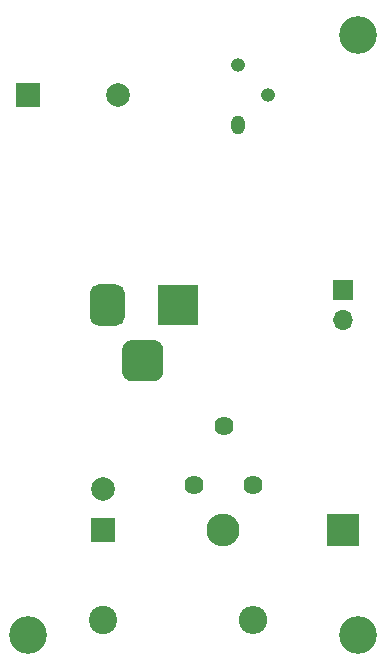
<source format=gbr>
%TF.GenerationSoftware,KiCad,Pcbnew,(5.1.9)-1*%
%TF.CreationDate,2021-02-15T18:03:08+09:00*%
%TF.ProjectId,test3_testProject,74657374-335f-4746-9573-7450726f6a65,rev?*%
%TF.SameCoordinates,Original*%
%TF.FileFunction,Soldermask,Bot*%
%TF.FilePolarity,Negative*%
%FSLAX46Y46*%
G04 Gerber Fmt 4.6, Leading zero omitted, Abs format (unit mm)*
G04 Created by KiCad (PCBNEW (5.1.9)-1) date 2021-02-15 18:03:08*
%MOMM*%
%LPD*%
G01*
G04 APERTURE LIST*
%ADD10C,3.200000*%
%ADD11R,2.000000X2.000000*%
%ADD12C,2.000000*%
%ADD13R,2.800000X2.800000*%
%ADD14O,2.800000X2.800000*%
%ADD15R,3.500000X3.500000*%
%ADD16O,1.200000X1.600000*%
%ADD17O,1.200000X1.200000*%
%ADD18C,2.400000*%
%ADD19O,2.400000X2.400000*%
%ADD20C,1.620000*%
%ADD21R,1.700000X1.700000*%
%ADD22O,1.700000X1.700000*%
G04 APERTURE END LIST*
D10*
%TO.C,M3*%
X154940000Y-87630000D03*
%TD*%
%TO.C,M3*%
X127000000Y-87630000D03*
%TD*%
%TO.C,M3*%
X154940000Y-36830000D03*
%TD*%
D11*
%TO.C,BZ1*%
X127000000Y-41910000D03*
D12*
X134600000Y-41910000D03*
%TD*%
D11*
%TO.C,C1*%
X133350000Y-78740000D03*
D12*
X133350000Y-75240000D03*
%TD*%
D13*
%TO.C,D1*%
X153670000Y-78740000D03*
D14*
X143510000Y-78740000D03*
%TD*%
D15*
%TO.C,J1*%
X139700000Y-59690000D03*
G36*
G01*
X132200000Y-60690000D02*
X132200000Y-58690000D01*
G75*
G02*
X132950000Y-57940000I750000J0D01*
G01*
X134450000Y-57940000D01*
G75*
G02*
X135200000Y-58690000I0J-750000D01*
G01*
X135200000Y-60690000D01*
G75*
G02*
X134450000Y-61440000I-750000J0D01*
G01*
X132950000Y-61440000D01*
G75*
G02*
X132200000Y-60690000I0J750000D01*
G01*
G37*
G36*
G01*
X134950000Y-65265000D02*
X134950000Y-63515000D01*
G75*
G02*
X135825000Y-62640000I875000J0D01*
G01*
X137575000Y-62640000D01*
G75*
G02*
X138450000Y-63515000I0J-875000D01*
G01*
X138450000Y-65265000D01*
G75*
G02*
X137575000Y-66140000I-875000J0D01*
G01*
X135825000Y-66140000D01*
G75*
G02*
X134950000Y-65265000I0J875000D01*
G01*
G37*
%TD*%
D16*
%TO.C,Q1*%
X144780000Y-44450000D03*
D17*
X147320000Y-41910000D03*
X144780000Y-39370000D03*
%TD*%
D18*
%TO.C,R1*%
X133350000Y-86360000D03*
D19*
X146050000Y-86360000D03*
%TD*%
D20*
%TO.C,RV1*%
X141050000Y-74930000D03*
X143550000Y-69930000D03*
X146050000Y-74930000D03*
%TD*%
D21*
%TO.C,TH1*%
X153670000Y-58420000D03*
D22*
X153670000Y-60960000D03*
%TD*%
M02*

</source>
